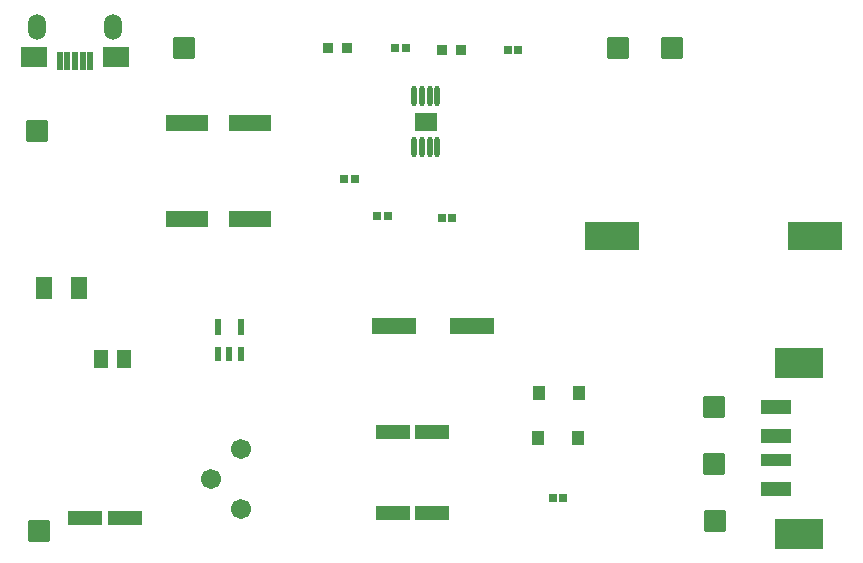
<source format=gts>
G04 Layer: TopSolderMaskLayer*
G04 EasyEDA v6.5.51, 2025-09-24 14:11:52*
G04 3cc6f75c99854130816e6aad485a8a88,01ea995e815642bba8bbaaaafbe3517a,10*
G04 Gerber Generator version 0.2*
G04 Scale: 100 percent, Rotated: No, Reflected: No *
G04 Dimensions in millimeters *
G04 leading zeros omitted , absolute positions ,4 integer and 5 decimal *
%FSLAX45Y45*%
%MOMM*%

%AMMACRO1*4,1,8,-2.2711,-1.2008,-2.3008,-1.171,-2.3008,1.1711,-2.2711,1.2008,2.271,1.2008,2.3008,1.1711,2.3008,-1.171,2.271,-1.2008,-2.2711,-1.2008,0*%
%AMMACRO2*4,1,8,-1.4211,-0.6008,-1.4508,-0.571,-1.4508,0.5711,-1.4211,0.6008,1.421,0.6008,1.4508,0.5711,1.4508,-0.571,1.421,-0.6008,-1.4211,-0.6008,0*%
%AMMACRO3*4,1,8,-1.7711,-0.6508,-1.8008,-0.621,-1.8008,0.6211,-1.7711,0.6508,1.771,0.6508,1.8008,0.6211,1.8008,-0.621,1.771,-0.6508,-1.7711,-0.6508,0*%
%AMMACRO4*4,1,8,-1.8261,-0.6808,-1.8558,-0.651,-1.8558,0.6511,-1.8261,0.6808,1.826,0.6808,1.8558,0.6511,1.8558,-0.651,1.826,-0.6808,-1.8261,-0.6808,0*%
%AMMACRO5*4,1,8,-0.4961,-0.6258,-0.5258,-0.596,-0.5258,0.5961,-0.4961,0.6258,0.496,0.6258,0.5258,0.5961,0.5258,-0.596,0.496,-0.6258,-0.4961,-0.6258,0*%
%AMMACRO6*4,1,8,-0.4211,-0.4508,-0.4508,-0.421,-0.4508,0.4211,-0.4211,0.4508,0.421,0.4508,0.4508,0.4211,0.4508,-0.421,0.421,-0.4508,-0.4211,-0.4508,0*%
%AMMACRO7*4,1,8,-0.8711,-0.9008,-0.9008,-0.871,-0.9008,0.8711,-0.8711,0.9008,0.871,0.9008,0.9008,0.8711,0.9008,-0.871,0.871,-0.9008,-0.8711,-0.9008,0*%
%AMMACRO8*4,1,8,-0.5873,-0.7393,-0.6171,-0.7095,-0.6171,0.7095,-0.5873,0.7393,0.5873,0.7393,0.6171,0.7095,0.6171,-0.7095,0.5873,-0.7393,-0.5873,-0.7393,0*%
%AMMACRO9*4,1,8,-0.3039,-0.3208,-0.3336,-0.291,-0.3336,0.2911,-0.3039,0.3208,0.3038,0.3208,0.3336,0.2911,0.3336,-0.291,0.3038,-0.3208,-0.3039,-0.3208,0*%
%AMMACRO10*4,1,8,-0.6248,-0.9013,-0.6546,-0.8715,-0.6546,0.8716,-0.6248,0.9013,0.6248,0.9013,0.6546,0.8716,0.6546,-0.8715,0.6248,-0.9013,-0.6248,-0.9013,0*%
%AMMACRO11*4,1,8,-0.2661,-0.6293,-0.2958,-0.5995,-0.2958,0.5996,-0.2661,0.6293,0.266,0.6293,0.2958,0.5996,0.2958,-0.5995,0.266,-0.6293,-0.2661,-0.6293,0*%
%AMMACRO12*4,1,8,-0.2661,-0.6383,-0.2958,-0.6085,-0.2958,0.6086,-0.2661,0.6383,0.266,0.6383,0.2958,0.6086,0.2958,-0.6085,0.266,-0.6383,-0.2661,-0.6383,0*%
%AMMACRO13*4,1,8,-0.9211,-0.8008,-0.9508,-0.771,-0.9508,0.7711,-0.9211,0.8008,0.921,0.8008,0.9508,0.7711,0.9508,-0.771,0.921,-0.8008,-0.9211,-0.8008,0*%
%AMMACRO14*4,1,8,-1.2707,-0.5512,-1.3005,-0.5214,-1.3005,0.5214,-1.2707,0.5512,1.2707,0.5512,1.3005,0.5214,1.3005,-0.5214,1.2707,-0.5512,-1.2707,-0.5512,0*%
%AMMACRO15*4,1,8,-1.2707,-0.5499,-1.3005,-0.5201,-1.3005,0.5202,-1.2707,0.5499,1.2707,0.5499,1.3005,0.5202,1.3005,-0.5201,1.2707,-0.5499,-1.2707,-0.5499,0*%
%AMMACRO16*4,1,8,-2.0213,-1.3005,-2.0511,-1.2707,-2.0511,1.2707,-2.0213,1.3005,2.0213,1.3005,2.0511,1.2707,2.0511,-1.2707,2.0213,-1.3005,-2.0213,-1.3005,0*%
%AMMACRO17*4,1,8,-2.0213,-1.3017,-2.0511,-1.272,-2.0511,1.272,-2.0213,1.3017,2.0213,1.3017,2.0511,1.272,2.0511,-1.272,2.0213,-1.3017,-2.0213,-1.3017,0*%
%AMMACRO18*4,1,8,-0.2211,-0.7258,-0.2508,-0.696,-0.2508,0.6961,-0.2211,0.7258,0.221,0.7258,0.2508,0.6961,0.2508,-0.696,0.221,-0.7258,-0.2211,-0.7258,0*%
%AMMACRO19*4,1,8,-1.0711,-0.8508,-1.1008,-0.821,-1.1008,0.8211,-1.0711,0.8508,1.071,0.8508,1.1008,0.8211,1.1008,-0.821,1.071,-0.8508,-1.0711,-0.8508,0*%
%ADD10MACRO1*%
%ADD11MACRO2*%
%ADD12MACRO3*%
%ADD13MACRO4*%
%ADD14MACRO5*%
%ADD15MACRO6*%
%ADD16C,0.0111*%
%ADD17MACRO7*%
%ADD18MACRO8*%
%ADD19MACRO9*%
%ADD20C,1.7016*%
%ADD21MACRO10*%
%ADD22MACRO11*%
%ADD23MACRO12*%
%ADD24O,0.465607X1.763598*%
%ADD25MACRO13*%
%ADD26MACRO14*%
%ADD27MACRO15*%
%ADD28MACRO16*%
%ADD29MACRO17*%
%ADD30MACRO18*%
%ADD31MACRO19*%
%ADD32O,1.501597X2.201596*%

%LPD*%
D10*
G01*
X7578294Y4991101D03*
G01*
X5858308Y4991101D03*
D11*
G01*
X1396047Y2603501D03*
G01*
X1728152Y2603501D03*
G01*
X3999547Y3327401D03*
G01*
X4331652Y3327401D03*
G01*
X3999547Y2641601D03*
G01*
X4331652Y2641601D03*
D12*
G01*
X2260302Y5943600D03*
G01*
X2794297Y5943600D03*
G01*
X2260302Y5130800D03*
G01*
X2794297Y5130800D03*
D13*
G01*
X4013893Y4229092D03*
G01*
X4672891Y4229092D03*
D14*
G01*
X5566740Y3276600D03*
G01*
X5228259Y3276600D03*
G01*
X5579440Y3657600D03*
G01*
X5240959Y3657600D03*
D15*
G01*
X3610543Y6578610D03*
G01*
X3450643Y6578594D03*
G01*
X4575743Y6565910D03*
G01*
X4415843Y6565894D03*
D17*
G01*
X990600Y5880100D03*
G01*
X2235200Y6578600D03*
G01*
X5905500Y6578600D03*
G01*
X6362700Y6578600D03*
G01*
X1003300Y2489200D03*
G01*
X6718300Y3543300D03*
G01*
X6718300Y3060700D03*
G01*
X6731000Y2578100D03*
D18*
G01*
X1528973Y3949703D03*
G01*
X1722226Y3949703D03*
D19*
G01*
X4107282Y6578600D03*
G01*
X4020717Y6578600D03*
G01*
X5059782Y6565900D03*
G01*
X4973217Y6565900D03*
G01*
X3675482Y5473700D03*
G01*
X3588917Y5473700D03*
G01*
X4500982Y5143500D03*
G01*
X4414417Y5143500D03*
G01*
X3954882Y5156200D03*
G01*
X3868317Y5156200D03*
G01*
X5440782Y2768600D03*
G01*
X5354217Y2768600D03*
D20*
G01*
X2463800Y2933700D03*
G01*
X2717800Y2679700D03*
G01*
X2717800Y3187700D03*
D21*
G01*
X1341676Y4546600D03*
G01*
X1045923Y4546600D03*
D22*
G01*
X2521204Y3986733D03*
G01*
X2616200Y3986733D03*
G01*
X2711195Y3986733D03*
D23*
G01*
X2711195Y4217466D03*
G01*
X2521204Y4217466D03*
D24*
G01*
X4182389Y5743194D03*
G01*
X4247413Y5743194D03*
G01*
X4312411Y5743194D03*
G01*
X4377410Y5743194D03*
G01*
X4182389Y6169405D03*
G01*
X4247413Y6169405D03*
G01*
X4312411Y6169405D03*
G01*
X4377410Y6169405D03*
D25*
G01*
X4279900Y5956298D03*
D26*
G01*
X7244143Y3543236D03*
G01*
X7244143Y3293300D03*
D27*
G01*
X7244143Y3093275D03*
D26*
G01*
X7244143Y2843212D03*
D28*
G01*
X7437056Y2462720D03*
D29*
G01*
X7437056Y3912679D03*
D30*
G01*
X1438102Y6472943D03*
G01*
X1373101Y6472943D03*
G01*
X1308102Y6472943D03*
G01*
X1243101Y6472943D03*
G01*
X1178102Y6472943D03*
D31*
G01*
X958100Y6505442D03*
G01*
X1658099Y6505442D03*
D32*
G01*
X985596Y6760463D03*
G01*
X1630603Y6760463D03*
M02*

</source>
